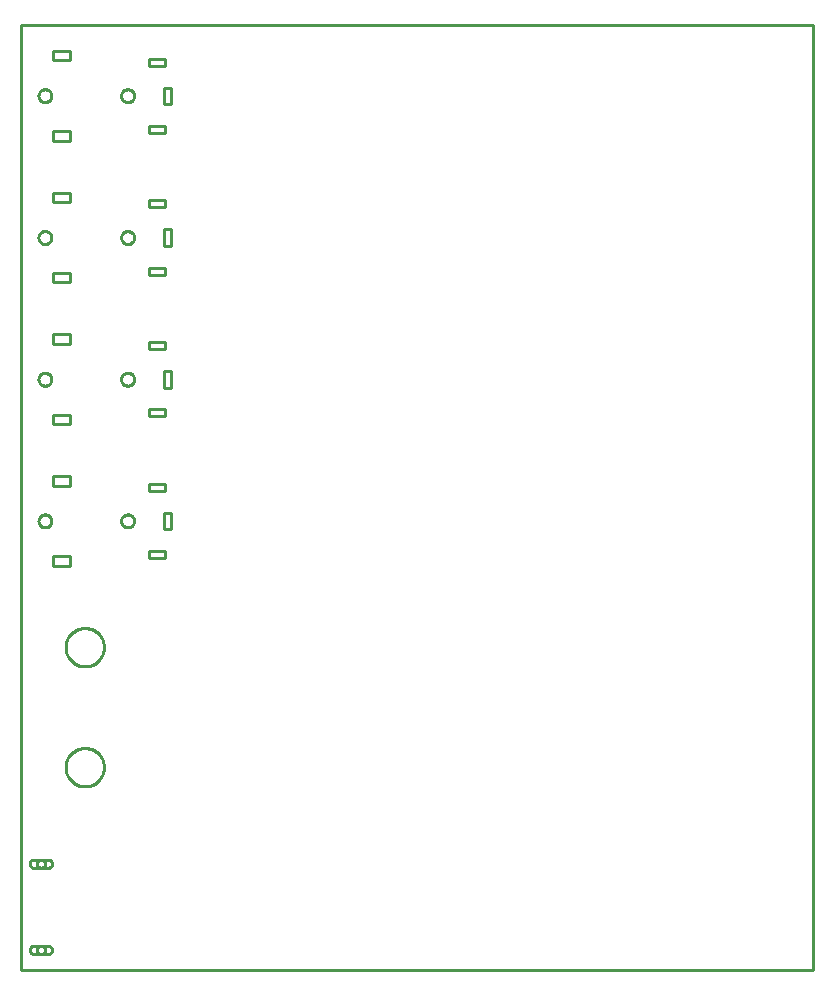
<source format=gbr>
G04 EAGLE Gerber RS-274X export*
G75*
%MOMM*%
%FSLAX34Y34*%
%LPD*%
%IN*%
%IPPOS*%
%AMOC8*
5,1,8,0,0,1.08239X$1,22.5*%
G01*
%ADD10C,0.254000*%


D10*
X0Y0D02*
X670000Y0D01*
X670000Y800000D01*
X0Y800000D01*
X0Y0D01*
X27000Y770000D02*
X41000Y770000D01*
X41000Y778000D01*
X27000Y778000D01*
X27000Y770000D01*
X121000Y733000D02*
X127000Y733000D01*
X127000Y747000D01*
X121000Y747000D01*
X121000Y740000D01*
X121000Y733000D01*
X108000Y708500D02*
X122000Y708500D01*
X122000Y714500D01*
X108000Y714500D01*
X108000Y708500D01*
X108000Y765500D02*
X122000Y765500D01*
X122000Y771500D01*
X108000Y771500D01*
X108000Y765500D01*
X27000Y702000D02*
X41000Y702000D01*
X41000Y710000D01*
X27000Y710000D01*
X27000Y702000D01*
X27000Y650000D02*
X41000Y650000D01*
X41000Y658000D01*
X27000Y658000D01*
X27000Y650000D01*
X121000Y613000D02*
X127000Y613000D01*
X127000Y627000D01*
X121000Y627000D01*
X121000Y620000D01*
X121000Y613000D01*
X108000Y588500D02*
X122000Y588500D01*
X122000Y594500D01*
X108000Y594500D01*
X108000Y588500D01*
X108000Y645500D02*
X122000Y645500D01*
X122000Y651500D01*
X108000Y651500D01*
X108000Y645500D01*
X27000Y582000D02*
X41000Y582000D01*
X41000Y590000D01*
X27000Y590000D01*
X27000Y582000D01*
X108000Y405500D02*
X122000Y405500D01*
X122000Y411500D01*
X108000Y411500D01*
X108000Y405500D01*
X27000Y342000D02*
X41000Y342000D01*
X41000Y350000D01*
X27000Y350000D01*
X27000Y342000D01*
X108000Y348500D02*
X122000Y348500D01*
X122000Y354500D01*
X108000Y354500D01*
X108000Y348500D01*
X121000Y373000D02*
X127000Y373000D01*
X127000Y387000D01*
X121000Y387000D01*
X121000Y380000D01*
X121000Y373000D01*
X27000Y410000D02*
X41000Y410000D01*
X41000Y418000D01*
X27000Y418000D01*
X27000Y410000D01*
X27000Y462000D02*
X41000Y462000D01*
X41000Y470000D01*
X27000Y470000D01*
X27000Y462000D01*
X108000Y525500D02*
X122000Y525500D01*
X122000Y531500D01*
X108000Y531500D01*
X108000Y525500D01*
X108000Y468500D02*
X122000Y468500D01*
X122000Y474500D01*
X108000Y474500D01*
X108000Y468500D01*
X121000Y493000D02*
X127000Y493000D01*
X127000Y507000D01*
X121000Y507000D01*
X121000Y500000D01*
X121000Y493000D01*
X27000Y530000D02*
X41000Y530000D01*
X41000Y538000D01*
X27000Y538000D01*
X27000Y530000D01*
X7010Y89840D02*
X7023Y89535D01*
X7063Y89232D01*
X7129Y88934D01*
X7221Y88643D01*
X7338Y88361D01*
X7479Y88090D01*
X7643Y87832D01*
X7829Y87590D01*
X8035Y87365D01*
X8260Y87159D01*
X8502Y86973D01*
X8760Y86809D01*
X9031Y86668D01*
X9313Y86551D01*
X9604Y86459D01*
X9902Y86393D01*
X10205Y86353D01*
X10510Y86340D01*
X22510Y86340D01*
X22815Y86353D01*
X23118Y86393D01*
X23416Y86459D01*
X23707Y86551D01*
X23989Y86668D01*
X24260Y86809D01*
X24518Y86973D01*
X24760Y87159D01*
X24985Y87365D01*
X25191Y87590D01*
X25377Y87832D01*
X25541Y88090D01*
X25682Y88361D01*
X25799Y88643D01*
X25891Y88934D01*
X25957Y89232D01*
X25997Y89535D01*
X26010Y89840D01*
X25997Y90145D01*
X25957Y90448D01*
X25891Y90746D01*
X25799Y91037D01*
X25682Y91319D01*
X25541Y91590D01*
X25377Y91848D01*
X25191Y92090D01*
X24985Y92315D01*
X24760Y92521D01*
X24518Y92707D01*
X24260Y92871D01*
X23989Y93012D01*
X23707Y93129D01*
X23416Y93221D01*
X23118Y93287D01*
X22815Y93327D01*
X22510Y93340D01*
X10510Y93340D01*
X10205Y93327D01*
X9902Y93287D01*
X9604Y93221D01*
X9313Y93129D01*
X9031Y93012D01*
X8760Y92871D01*
X8502Y92707D01*
X8260Y92521D01*
X8035Y92315D01*
X7829Y92090D01*
X7643Y91848D01*
X7479Y91590D01*
X7338Y91319D01*
X7221Y91037D01*
X7129Y90746D01*
X7063Y90448D01*
X7023Y90145D01*
X7010Y89840D01*
X7010Y16840D02*
X7023Y16535D01*
X7063Y16232D01*
X7129Y15934D01*
X7221Y15643D01*
X7338Y15361D01*
X7479Y15090D01*
X7643Y14832D01*
X7829Y14590D01*
X8035Y14365D01*
X8260Y14159D01*
X8502Y13973D01*
X8760Y13809D01*
X9031Y13668D01*
X9313Y13551D01*
X9604Y13459D01*
X9902Y13393D01*
X10205Y13353D01*
X10510Y13340D01*
X22510Y13340D01*
X22815Y13353D01*
X23118Y13393D01*
X23416Y13459D01*
X23707Y13551D01*
X23989Y13668D01*
X24260Y13809D01*
X24518Y13973D01*
X24760Y14159D01*
X24985Y14365D01*
X25191Y14590D01*
X25377Y14832D01*
X25541Y15090D01*
X25682Y15361D01*
X25799Y15643D01*
X25891Y15934D01*
X25957Y16232D01*
X25997Y16535D01*
X26010Y16840D01*
X25997Y17145D01*
X25957Y17448D01*
X25891Y17746D01*
X25799Y18037D01*
X25682Y18319D01*
X25541Y18590D01*
X25377Y18848D01*
X25191Y19090D01*
X24985Y19315D01*
X24760Y19521D01*
X24518Y19707D01*
X24260Y19871D01*
X23989Y20012D01*
X23707Y20129D01*
X23416Y20221D01*
X23118Y20287D01*
X22815Y20327D01*
X22510Y20340D01*
X10510Y20340D01*
X10205Y20327D01*
X9902Y20287D01*
X9604Y20221D01*
X9313Y20129D01*
X9031Y20012D01*
X8760Y19871D01*
X8502Y19707D01*
X8260Y19521D01*
X8035Y19315D01*
X7829Y19090D01*
X7643Y18848D01*
X7479Y18590D01*
X7338Y18319D01*
X7221Y18037D01*
X7129Y17746D01*
X7063Y17448D01*
X7023Y17145D01*
X7010Y16840D01*
X53168Y256850D02*
X52106Y256920D01*
X51052Y257058D01*
X50008Y257266D01*
X48980Y257541D01*
X47973Y257883D01*
X46990Y258291D01*
X46036Y258761D01*
X45114Y259293D01*
X44230Y259884D01*
X43386Y260532D01*
X42586Y261233D01*
X41833Y261986D01*
X41132Y262786D01*
X40484Y263630D01*
X39893Y264514D01*
X39361Y265436D01*
X38891Y266390D01*
X38483Y267373D01*
X38141Y268380D01*
X37866Y269408D01*
X37658Y270452D01*
X37520Y271506D01*
X37450Y272568D01*
X37450Y273632D01*
X37520Y274694D01*
X37658Y275748D01*
X37866Y276792D01*
X38141Y277820D01*
X38483Y278827D01*
X38891Y279810D01*
X39361Y280764D01*
X39893Y281686D01*
X40484Y282570D01*
X41132Y283414D01*
X41833Y284214D01*
X42586Y284967D01*
X43386Y285668D01*
X44230Y286316D01*
X45114Y286907D01*
X46036Y287439D01*
X46990Y287909D01*
X47973Y288317D01*
X48980Y288659D01*
X50008Y288934D01*
X51052Y289142D01*
X52106Y289280D01*
X53168Y289350D01*
X54232Y289350D01*
X55294Y289280D01*
X56348Y289142D01*
X57392Y288934D01*
X58420Y288659D01*
X59427Y288317D01*
X60410Y287909D01*
X61364Y287439D01*
X62286Y286907D01*
X63170Y286316D01*
X64014Y285668D01*
X64814Y284967D01*
X65567Y284214D01*
X66268Y283414D01*
X66916Y282570D01*
X67507Y281686D01*
X68039Y280764D01*
X68509Y279810D01*
X68917Y278827D01*
X69259Y277820D01*
X69534Y276792D01*
X69742Y275748D01*
X69880Y274694D01*
X69950Y273632D01*
X69950Y272568D01*
X69880Y271506D01*
X69742Y270452D01*
X69534Y269408D01*
X69259Y268380D01*
X68917Y267373D01*
X68509Y266390D01*
X68039Y265436D01*
X67507Y264514D01*
X66916Y263630D01*
X66268Y262786D01*
X65567Y261986D01*
X64814Y261233D01*
X64014Y260532D01*
X63170Y259884D01*
X62286Y259293D01*
X61364Y258761D01*
X60410Y258291D01*
X59427Y257883D01*
X58420Y257541D01*
X57392Y257266D01*
X56348Y257058D01*
X55294Y256920D01*
X54232Y256850D01*
X53168Y256850D01*
X53168Y155250D02*
X52106Y155320D01*
X51052Y155458D01*
X50008Y155666D01*
X48980Y155941D01*
X47973Y156283D01*
X46990Y156691D01*
X46036Y157161D01*
X45114Y157693D01*
X44230Y158284D01*
X43386Y158932D01*
X42586Y159633D01*
X41833Y160386D01*
X41132Y161186D01*
X40484Y162030D01*
X39893Y162914D01*
X39361Y163836D01*
X38891Y164790D01*
X38483Y165773D01*
X38141Y166780D01*
X37866Y167808D01*
X37658Y168852D01*
X37520Y169906D01*
X37450Y170968D01*
X37450Y172032D01*
X37520Y173094D01*
X37658Y174148D01*
X37866Y175192D01*
X38141Y176220D01*
X38483Y177227D01*
X38891Y178210D01*
X39361Y179164D01*
X39893Y180086D01*
X40484Y180970D01*
X41132Y181814D01*
X41833Y182614D01*
X42586Y183367D01*
X43386Y184068D01*
X44230Y184716D01*
X45114Y185307D01*
X46036Y185839D01*
X46990Y186309D01*
X47973Y186717D01*
X48980Y187059D01*
X50008Y187334D01*
X51052Y187542D01*
X52106Y187680D01*
X53168Y187750D01*
X54232Y187750D01*
X55294Y187680D01*
X56348Y187542D01*
X57392Y187334D01*
X58420Y187059D01*
X59427Y186717D01*
X60410Y186309D01*
X61364Y185839D01*
X62286Y185307D01*
X63170Y184716D01*
X64014Y184068D01*
X64814Y183367D01*
X65567Y182614D01*
X66268Y181814D01*
X66916Y180970D01*
X67507Y180086D01*
X68039Y179164D01*
X68509Y178210D01*
X68917Y177227D01*
X69259Y176220D01*
X69534Y175192D01*
X69742Y174148D01*
X69880Y173094D01*
X69950Y172032D01*
X69950Y170968D01*
X69880Y169906D01*
X69742Y168852D01*
X69534Y167808D01*
X69259Y166780D01*
X68917Y165773D01*
X68509Y164790D01*
X68039Y163836D01*
X67507Y162914D01*
X66916Y162030D01*
X66268Y161186D01*
X65567Y160386D01*
X64814Y159633D01*
X64014Y158932D01*
X63170Y158284D01*
X62286Y157693D01*
X61364Y157161D01*
X60410Y156691D01*
X59427Y156283D01*
X58420Y155941D01*
X57392Y155666D01*
X56348Y155458D01*
X55294Y155320D01*
X54232Y155250D01*
X53168Y155250D01*
X89691Y374500D02*
X89077Y374569D01*
X88475Y374707D01*
X87892Y374911D01*
X87335Y375179D01*
X86812Y375507D01*
X86329Y375893D01*
X85893Y376329D01*
X85507Y376812D01*
X85179Y377335D01*
X84911Y377892D01*
X84707Y378475D01*
X84569Y379077D01*
X84500Y379691D01*
X84500Y380309D01*
X84569Y380923D01*
X84707Y381525D01*
X84911Y382108D01*
X85179Y382665D01*
X85507Y383188D01*
X85893Y383671D01*
X86329Y384108D01*
X86812Y384493D01*
X87335Y384821D01*
X87892Y385089D01*
X88475Y385293D01*
X89077Y385431D01*
X89691Y385500D01*
X90309Y385500D01*
X90923Y385431D01*
X91525Y385293D01*
X92108Y385089D01*
X92665Y384821D01*
X93188Y384493D01*
X93671Y384108D01*
X94108Y383671D01*
X94493Y383188D01*
X94821Y382665D01*
X95089Y382108D01*
X95293Y381525D01*
X95431Y380923D01*
X95500Y380309D01*
X95500Y379691D01*
X95431Y379077D01*
X95293Y378475D01*
X95089Y377892D01*
X94821Y377335D01*
X94493Y376812D01*
X94108Y376329D01*
X93671Y375893D01*
X93188Y375507D01*
X92665Y375179D01*
X92108Y374911D01*
X91525Y374707D01*
X90923Y374569D01*
X90309Y374500D01*
X89691Y374500D01*
X19691Y374500D02*
X19077Y374569D01*
X18475Y374707D01*
X17892Y374911D01*
X17335Y375179D01*
X16812Y375507D01*
X16329Y375893D01*
X15893Y376329D01*
X15507Y376812D01*
X15179Y377335D01*
X14911Y377892D01*
X14707Y378475D01*
X14569Y379077D01*
X14500Y379691D01*
X14500Y380309D01*
X14569Y380923D01*
X14707Y381525D01*
X14911Y382108D01*
X15179Y382665D01*
X15507Y383188D01*
X15893Y383671D01*
X16329Y384108D01*
X16812Y384493D01*
X17335Y384821D01*
X17892Y385089D01*
X18475Y385293D01*
X19077Y385431D01*
X19691Y385500D01*
X20309Y385500D01*
X20923Y385431D01*
X21525Y385293D01*
X22108Y385089D01*
X22665Y384821D01*
X23188Y384493D01*
X23671Y384108D01*
X24108Y383671D01*
X24493Y383188D01*
X24821Y382665D01*
X25089Y382108D01*
X25293Y381525D01*
X25431Y380923D01*
X25500Y380309D01*
X25500Y379691D01*
X25431Y379077D01*
X25293Y378475D01*
X25089Y377892D01*
X24821Y377335D01*
X24493Y376812D01*
X24108Y376329D01*
X23671Y375893D01*
X23188Y375507D01*
X22665Y375179D01*
X22108Y374911D01*
X21525Y374707D01*
X20923Y374569D01*
X20309Y374500D01*
X19691Y374500D01*
X20010Y89611D02*
X19950Y89156D01*
X19831Y88713D01*
X19656Y88289D01*
X19426Y87891D01*
X19147Y87527D01*
X18823Y87203D01*
X18459Y86924D01*
X18061Y86694D01*
X17637Y86519D01*
X17194Y86400D01*
X16739Y86340D01*
X16281Y86340D01*
X15826Y86400D01*
X15383Y86519D01*
X14959Y86694D01*
X14561Y86924D01*
X14197Y87203D01*
X13873Y87527D01*
X13594Y87891D01*
X13364Y88289D01*
X13189Y88713D01*
X13070Y89156D01*
X13010Y89611D01*
X13010Y90069D01*
X13070Y90524D01*
X13189Y90967D01*
X13364Y91391D01*
X13594Y91789D01*
X13873Y92153D01*
X14197Y92477D01*
X14561Y92756D01*
X14959Y92986D01*
X15383Y93161D01*
X15826Y93280D01*
X16281Y93340D01*
X16739Y93340D01*
X17194Y93280D01*
X17637Y93161D01*
X18061Y92986D01*
X18459Y92756D01*
X18823Y92477D01*
X19147Y92153D01*
X19426Y91789D01*
X19656Y91391D01*
X19831Y90967D01*
X19950Y90524D01*
X20010Y90069D01*
X20010Y89611D01*
X20010Y16611D02*
X19950Y16156D01*
X19831Y15713D01*
X19656Y15289D01*
X19426Y14891D01*
X19147Y14527D01*
X18823Y14203D01*
X18459Y13924D01*
X18061Y13694D01*
X17637Y13519D01*
X17194Y13400D01*
X16739Y13340D01*
X16281Y13340D01*
X15826Y13400D01*
X15383Y13519D01*
X14959Y13694D01*
X14561Y13924D01*
X14197Y14203D01*
X13873Y14527D01*
X13594Y14891D01*
X13364Y15289D01*
X13189Y15713D01*
X13070Y16156D01*
X13010Y16611D01*
X13010Y17069D01*
X13070Y17524D01*
X13189Y17967D01*
X13364Y18391D01*
X13594Y18789D01*
X13873Y19153D01*
X14197Y19477D01*
X14561Y19756D01*
X14959Y19986D01*
X15383Y20161D01*
X15826Y20280D01*
X16281Y20340D01*
X16739Y20340D01*
X17194Y20280D01*
X17637Y20161D01*
X18061Y19986D01*
X18459Y19756D01*
X18823Y19477D01*
X19147Y19153D01*
X19426Y18789D01*
X19656Y18391D01*
X19831Y17967D01*
X19950Y17524D01*
X20010Y17069D01*
X20010Y16611D01*
X89691Y494500D02*
X89077Y494569D01*
X88475Y494707D01*
X87892Y494911D01*
X87335Y495179D01*
X86812Y495507D01*
X86329Y495893D01*
X85893Y496329D01*
X85507Y496812D01*
X85179Y497335D01*
X84911Y497892D01*
X84707Y498475D01*
X84569Y499077D01*
X84500Y499691D01*
X84500Y500309D01*
X84569Y500923D01*
X84707Y501525D01*
X84911Y502108D01*
X85179Y502665D01*
X85507Y503188D01*
X85893Y503671D01*
X86329Y504108D01*
X86812Y504493D01*
X87335Y504821D01*
X87892Y505089D01*
X88475Y505293D01*
X89077Y505431D01*
X89691Y505500D01*
X90309Y505500D01*
X90923Y505431D01*
X91525Y505293D01*
X92108Y505089D01*
X92665Y504821D01*
X93188Y504493D01*
X93671Y504108D01*
X94108Y503671D01*
X94493Y503188D01*
X94821Y502665D01*
X95089Y502108D01*
X95293Y501525D01*
X95431Y500923D01*
X95500Y500309D01*
X95500Y499691D01*
X95431Y499077D01*
X95293Y498475D01*
X95089Y497892D01*
X94821Y497335D01*
X94493Y496812D01*
X94108Y496329D01*
X93671Y495893D01*
X93188Y495507D01*
X92665Y495179D01*
X92108Y494911D01*
X91525Y494707D01*
X90923Y494569D01*
X90309Y494500D01*
X89691Y494500D01*
X19691Y494500D02*
X19077Y494569D01*
X18475Y494707D01*
X17892Y494911D01*
X17335Y495179D01*
X16812Y495507D01*
X16329Y495893D01*
X15893Y496329D01*
X15507Y496812D01*
X15179Y497335D01*
X14911Y497892D01*
X14707Y498475D01*
X14569Y499077D01*
X14500Y499691D01*
X14500Y500309D01*
X14569Y500923D01*
X14707Y501525D01*
X14911Y502108D01*
X15179Y502665D01*
X15507Y503188D01*
X15893Y503671D01*
X16329Y504108D01*
X16812Y504493D01*
X17335Y504821D01*
X17892Y505089D01*
X18475Y505293D01*
X19077Y505431D01*
X19691Y505500D01*
X20309Y505500D01*
X20923Y505431D01*
X21525Y505293D01*
X22108Y505089D01*
X22665Y504821D01*
X23188Y504493D01*
X23671Y504108D01*
X24108Y503671D01*
X24493Y503188D01*
X24821Y502665D01*
X25089Y502108D01*
X25293Y501525D01*
X25431Y500923D01*
X25500Y500309D01*
X25500Y499691D01*
X25431Y499077D01*
X25293Y498475D01*
X25089Y497892D01*
X24821Y497335D01*
X24493Y496812D01*
X24108Y496329D01*
X23671Y495893D01*
X23188Y495507D01*
X22665Y495179D01*
X22108Y494911D01*
X21525Y494707D01*
X20923Y494569D01*
X20309Y494500D01*
X19691Y494500D01*
X89691Y614500D02*
X89077Y614569D01*
X88475Y614707D01*
X87892Y614911D01*
X87335Y615179D01*
X86812Y615507D01*
X86329Y615893D01*
X85893Y616329D01*
X85507Y616812D01*
X85179Y617335D01*
X84911Y617892D01*
X84707Y618475D01*
X84569Y619077D01*
X84500Y619691D01*
X84500Y620309D01*
X84569Y620923D01*
X84707Y621525D01*
X84911Y622108D01*
X85179Y622665D01*
X85507Y623188D01*
X85893Y623671D01*
X86329Y624108D01*
X86812Y624493D01*
X87335Y624821D01*
X87892Y625089D01*
X88475Y625293D01*
X89077Y625431D01*
X89691Y625500D01*
X90309Y625500D01*
X90923Y625431D01*
X91525Y625293D01*
X92108Y625089D01*
X92665Y624821D01*
X93188Y624493D01*
X93671Y624108D01*
X94108Y623671D01*
X94493Y623188D01*
X94821Y622665D01*
X95089Y622108D01*
X95293Y621525D01*
X95431Y620923D01*
X95500Y620309D01*
X95500Y619691D01*
X95431Y619077D01*
X95293Y618475D01*
X95089Y617892D01*
X94821Y617335D01*
X94493Y616812D01*
X94108Y616329D01*
X93671Y615893D01*
X93188Y615507D01*
X92665Y615179D01*
X92108Y614911D01*
X91525Y614707D01*
X90923Y614569D01*
X90309Y614500D01*
X89691Y614500D01*
X19691Y614500D02*
X19077Y614569D01*
X18475Y614707D01*
X17892Y614911D01*
X17335Y615179D01*
X16812Y615507D01*
X16329Y615893D01*
X15893Y616329D01*
X15507Y616812D01*
X15179Y617335D01*
X14911Y617892D01*
X14707Y618475D01*
X14569Y619077D01*
X14500Y619691D01*
X14500Y620309D01*
X14569Y620923D01*
X14707Y621525D01*
X14911Y622108D01*
X15179Y622665D01*
X15507Y623188D01*
X15893Y623671D01*
X16329Y624108D01*
X16812Y624493D01*
X17335Y624821D01*
X17892Y625089D01*
X18475Y625293D01*
X19077Y625431D01*
X19691Y625500D01*
X20309Y625500D01*
X20923Y625431D01*
X21525Y625293D01*
X22108Y625089D01*
X22665Y624821D01*
X23188Y624493D01*
X23671Y624108D01*
X24108Y623671D01*
X24493Y623188D01*
X24821Y622665D01*
X25089Y622108D01*
X25293Y621525D01*
X25431Y620923D01*
X25500Y620309D01*
X25500Y619691D01*
X25431Y619077D01*
X25293Y618475D01*
X25089Y617892D01*
X24821Y617335D01*
X24493Y616812D01*
X24108Y616329D01*
X23671Y615893D01*
X23188Y615507D01*
X22665Y615179D01*
X22108Y614911D01*
X21525Y614707D01*
X20923Y614569D01*
X20309Y614500D01*
X19691Y614500D01*
X89691Y734500D02*
X89077Y734569D01*
X88475Y734707D01*
X87892Y734911D01*
X87335Y735179D01*
X86812Y735507D01*
X86329Y735893D01*
X85893Y736329D01*
X85507Y736812D01*
X85179Y737335D01*
X84911Y737892D01*
X84707Y738475D01*
X84569Y739077D01*
X84500Y739691D01*
X84500Y740309D01*
X84569Y740923D01*
X84707Y741525D01*
X84911Y742108D01*
X85179Y742665D01*
X85507Y743188D01*
X85893Y743671D01*
X86329Y744108D01*
X86812Y744493D01*
X87335Y744821D01*
X87892Y745089D01*
X88475Y745293D01*
X89077Y745431D01*
X89691Y745500D01*
X90309Y745500D01*
X90923Y745431D01*
X91525Y745293D01*
X92108Y745089D01*
X92665Y744821D01*
X93188Y744493D01*
X93671Y744108D01*
X94108Y743671D01*
X94493Y743188D01*
X94821Y742665D01*
X95089Y742108D01*
X95293Y741525D01*
X95431Y740923D01*
X95500Y740309D01*
X95500Y739691D01*
X95431Y739077D01*
X95293Y738475D01*
X95089Y737892D01*
X94821Y737335D01*
X94493Y736812D01*
X94108Y736329D01*
X93671Y735893D01*
X93188Y735507D01*
X92665Y735179D01*
X92108Y734911D01*
X91525Y734707D01*
X90923Y734569D01*
X90309Y734500D01*
X89691Y734500D01*
X19691Y734500D02*
X19077Y734569D01*
X18475Y734707D01*
X17892Y734911D01*
X17335Y735179D01*
X16812Y735507D01*
X16329Y735893D01*
X15893Y736329D01*
X15507Y736812D01*
X15179Y737335D01*
X14911Y737892D01*
X14707Y738475D01*
X14569Y739077D01*
X14500Y739691D01*
X14500Y740309D01*
X14569Y740923D01*
X14707Y741525D01*
X14911Y742108D01*
X15179Y742665D01*
X15507Y743188D01*
X15893Y743671D01*
X16329Y744108D01*
X16812Y744493D01*
X17335Y744821D01*
X17892Y745089D01*
X18475Y745293D01*
X19077Y745431D01*
X19691Y745500D01*
X20309Y745500D01*
X20923Y745431D01*
X21525Y745293D01*
X22108Y745089D01*
X22665Y744821D01*
X23188Y744493D01*
X23671Y744108D01*
X24108Y743671D01*
X24493Y743188D01*
X24821Y742665D01*
X25089Y742108D01*
X25293Y741525D01*
X25431Y740923D01*
X25500Y740309D01*
X25500Y739691D01*
X25431Y739077D01*
X25293Y738475D01*
X25089Y737892D01*
X24821Y737335D01*
X24493Y736812D01*
X24108Y736329D01*
X23671Y735893D01*
X23188Y735507D01*
X22665Y735179D01*
X22108Y734911D01*
X21525Y734707D01*
X20923Y734569D01*
X20309Y734500D01*
X19691Y734500D01*
M02*

</source>
